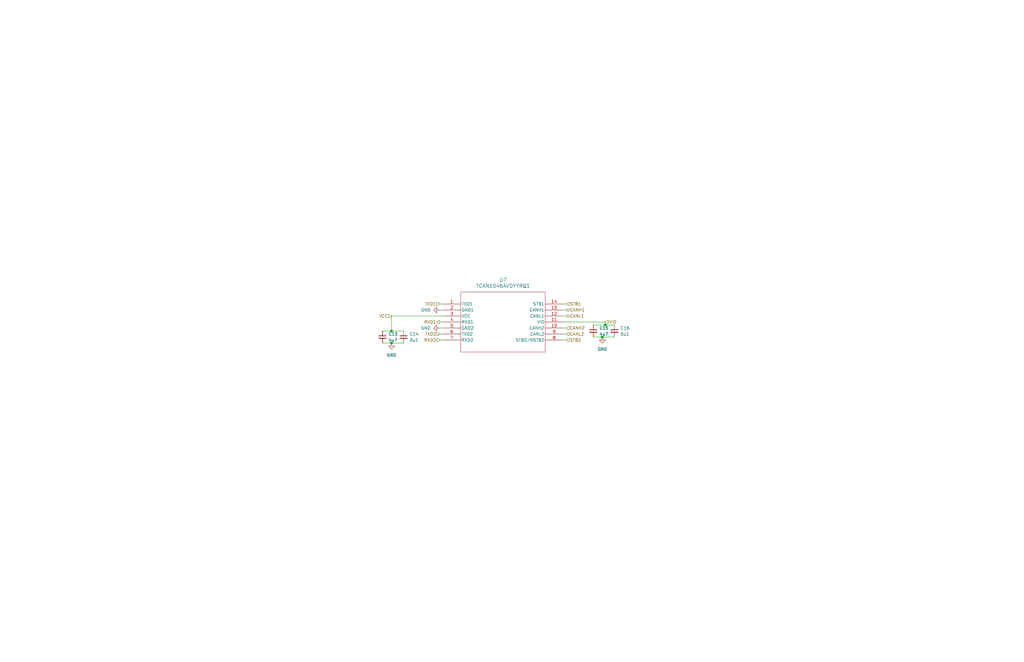
<source format=kicad_sch>
(kicad_sch (version 20250114) (generator "eeschema") (generator_version "9.0")
  (paper "USLedger")
  (title_block (title "HEDGE-2 OBC") (date "2025-09-08") (rev "V1.0") (company "University of Virginia") (comment 1 "Department of Mechanical and Aerospace Engineering"))
  (lib_symbols
    (symbol "Device:C_Small" (pin_numbers (hide yes)) (pin_names (offset 0.254) (hide yes))
      (property "Reference" "C" (at 0.254 1.778 0))
      (property "Value" "C_Small" (at 0.254 -2.032 0))
      (symbol "C_Small_0_1"
        (polyline (pts (xy -1.524 0.508) (xy 1.524 0.508)) (stroke (width 0.3048)))
        (polyline (pts (xy -1.524 -0.508) (xy 1.524 -0.508)) (stroke (width 0.3302)))
      )
      (symbol "C_Small_1_1"
        (pin passive line (at 0 2.54 270) (length 2.032) (name "~") (number "1"))
        (pin passive line (at 0 -2.54 90) (length 2.032) (name "~") (number "2"))
      )
    )
    (symbol "TCAN1046AVDYYRQ1:TCAN1046AVDYYRQ1" (pin_names (offset 0.254))
      (property "Reference" "U" (at 25.4 10.16 0))
      (property "Value" "TCAN1046AVDYYRQ1" (at 25.4 7.62 0))
      (symbol "TCAN1046AVDYYRQ1_0_1"
        (polyline (pts (xy 7.62 5.08) (xy 7.62 -20.32)) (stroke (width 0.127)))
        (polyline (pts (xy 7.62 -20.32) (xy 43.18 -20.32)) (stroke (width 0.127)))
        (polyline (pts (xy 43.18 5.08) (xy 7.62 5.08)) (stroke (width 0.127)))
        (polyline (pts (xy 43.18 -20.32) (xy 43.18 5.08)) (stroke (width 0.127)))
        (pin bidirectional line (at 0 0 0) (length 7.62) (name "TXD1") (number "1"))
        (pin power_out line (at 0 -2.54 0) (length 7.62) (name "GND1") (number "2"))
        (pin power_in line (at 0 -5.08 0) (length 7.62) (name "VCC") (number "3"))
        (pin bidirectional line (at 0 -7.62 0) (length 7.62) (name "RXD1") (number "4"))
        (pin power_out line (at 0 -10.16 0) (length 7.62) (name "GND2") (number "5"))
        (pin bidirectional line (at 0 -12.7 0) (length 7.62) (name "TXD2") (number "6"))
        (pin bidirectional line (at 0 -15.24 0) (length 7.62) (name "RXD2") (number "7"))
        (pin bidirectional line (at 50.8 0 180) (length 7.62) (name "STB1") (number "14"))
        (pin bidirectional line (at 50.8 -2.54 180) (length 7.62) (name "CANH1") (number "13"))
        (pin bidirectional line (at 50.8 -5.08 180) (length 7.62) (name "CANL1") (number "12"))
        (pin power_in line (at 50.8 -7.62 180) (length 7.62) (name "VIO") (number "11"))
        (pin bidirectional line (at 50.8 -10.16 180) (length 7.62) (name "CANH2") (number "10"))
        (pin bidirectional line (at 50.8 -12.7 180) (length 7.62) (name "CANL2") (number "9"))
        (pin bidirectional line (at 50.8 -15.24 180) (length 7.62) (name "STB2/NSTB2") (number "8"))
      )
    )
    (symbol "power:GND" (power) (pin_numbers (hide yes)) (pin_names (offset 0) (hide yes))
      (property "Value" "GND" (at 0 -3.81 0))
      (symbol "GND_0_1"
        (polyline (pts (xy 0 0) (xy 0 -1.27) (xy 1.27 -1.27) (xy 0 -2.54) (xy -1.27 -1.27) (xy 0 -1.27)))
      )
      (symbol "GND_1_1"
        (pin power_in line (at 0 0 270) (length 0) (name "~") (number "1"))
      )
    )
  )
  (junction (at 255.27 137.16))
  (junction (at 165.1 139.7))
  (junction (at 254 142.24))
  (junction (at 165.1 144.78))
  (wire (pts (xy 161.29 139.7) (xy 165.1 139.7)))
  (wire (pts (xy 165.1 133.35) (xy 186.69 133.35)))
  (wire (pts (xy 237.49 128.27) (xy 238.76 128.27)))
  (wire (pts (xy 255.27 137.16) (xy 259.08 137.16)))
  (wire (pts (xy 165.1 139.7) (xy 170.18 139.7)))
  (wire (pts (xy 250.19 137.16) (xy 255.27 137.16)))
  (wire (pts (xy 185.42 135.89) (xy 186.69 135.89)))
  (wire (pts (xy 250.19 142.24) (xy 254 142.24)))
  (wire (pts (xy 185.42 128.27) (xy 186.69 128.27)))
  (wire (pts (xy 185.42 140.97) (xy 186.69 140.97)))
  (wire (pts (xy 254 142.24) (xy 259.08 142.24)))
  (wire (pts (xy 185.42 143.51) (xy 186.69 143.51)))
  (wire (pts (xy 237.49 138.43) (xy 238.76 138.43)))
  (wire (pts (xy 161.29 144.78) (xy 165.1 144.78)))
  (wire (pts (xy 237.49 140.97) (xy 238.76 140.97)))
  (wire (pts (xy 255.27 135.89) (xy 255.27 137.16)))
  (wire (pts (xy 237.49 133.35) (xy 238.76 133.35)))
  (wire (pts (xy 165.1 144.78) (xy 170.18 144.78)))
  (wire (pts (xy 237.49 143.51) (xy 238.76 143.51)))
  (wire (pts (xy 237.49 135.89) (xy 255.27 135.89)))
  (wire (pts (xy 185.42 130.81) (xy 186.69 130.81)))
  (wire (pts (xy 185.42 138.43) (xy 186.69 138.43)))
  (wire (pts (xy 237.49 130.81) (xy 238.76 130.81)))
  (wire (pts (xy 165.1 139.7) (xy 165.1 133.35)))
  (hierarchical_label "CANL2" (shape input) (at 238.76 140.97 0))
  (hierarchical_label "RXD1" (shape output) (at 185.42 135.89 180))
  (hierarchical_label "CANL1" (shape bidirectional) (at 238.76 133.35 0))
  (hierarchical_label "TXD1" (shape input) (at 185.42 128.27 180))
  (hierarchical_label "STB1" (shape input) (at 238.76 128.27 0))
  (hierarchical_label "STB2" (shape input) (at 238.76 143.51 0))
  (hierarchical_label "RXD2" (shape input) (at 185.42 143.51 180))
  (hierarchical_label "TXD2" (shape input) (at 185.42 140.97 180))
  (hierarchical_label "VIO" (shape input) (at 255.27 135.89 0))
  (hierarchical_label "VCC" (shape input) (at 165.1 133.35 180))
  (hierarchical_label "CANH2" (shape input) (at 238.76 138.43 0))
  (hierarchical_label "CANH1" (shape bidirectional) (at 238.76 130.81 0))
  (symbol (lib_id "TCAN1046AVDYYRQ1:TCAN1046AVDYYRQ1") (at 186.69 128.27 0) (unit 1)
    (property "Reference" "U7" (at 212.09 118.11 0) (effects (font (size 1.524 1.524))))
    (property "Value" "TCAN1046AVDYYRQ1" (at 212.09 120.65 0) (effects (font (size 1.524 1.524))))
    (property "Footprint" "TCAN1046AV:SOT23_DYY_TEX" (effects (hide yes)))
    (property "DigiKey Part Number" "296-TCAN1046AVDYYRQ1CT-ND " (effects (hide yes)))
  )
  (symbol (lib_id "power:GND") (at 185.42 130.81 270) (unit 1)
    (property "Reference" "#PWR072" (effects (hide yes)))
    (property "Value" "GND" (at 181.61 130.8099 90) (effects (justify right)))
    (property "Description" "Power symbol creates a global label with name \"GND\" , ground" (effects (hide yes)))
  )
  (symbol (lib_id "Device:C_Small") (at 259.08 139.7 0) (unit 1)
    (property "Reference" "C16" (at 261.62 138.4362 0) (effects (justify left)))
    (property "Value" "0u1" (at 261.62 140.9762 0) (effects (justify left)))
    (property "Footprint" "Capacitor_SMD:C_0805_2012Metric" (effects (hide yes)))
    (property "Description" "Unpolarized capacitor, small symbol" (effects (hide yes)))
    (property "DigiKey Part Number" "720-GA0805Y104JXABT31GCT-ND" (effects (hide yes)))
  )
  (symbol (lib_id "Device:C_Small") (at 250.19 139.7 0) (unit 1)
    (property "Reference" "C15" (at 252.73 138.4362 0) (effects (justify left)))
    (property "Value" "4u7" (at 252.73 140.9762 0) (effects (justify left)))
    (property "Footprint" "Capacitor_SMD:C_0805_2012Metric" (effects (hide yes)))
    (property "Description" "Unpolarized capacitor, small symbol" (effects (hide yes)))
    (property "DigiKey Part Number" "720-GA0805Y472KXBBC31GCT-ND" (effects (hide yes)))
  )
  (symbol (lib_id "power:GND") (at 165.1 144.78 0) (unit 1)
    (property "Reference" "#PWR071" (effects (hide yes)))
    (property "Value" "GND" (at 165.1 149.86 0))
    (property "Description" "Power symbol creates a global label with name \"GND\" , ground" (effects (hide yes)))
  )
  (symbol (lib_id "power:GND") (at 185.42 138.43 270) (unit 1)
    (property "Reference" "#PWR073" (effects (hide yes)))
    (property "Value" "GND" (at 181.61 138.4299 90) (effects (justify right)))
    (property "Description" "Power symbol creates a global label with name \"GND\" , ground" (effects (hide yes)))
  )
  (symbol (lib_id "Device:C_Small") (at 161.29 142.24 0) (unit 1)
    (property "Reference" "C13" (at 163.83 140.9762 0) (effects (justify left)))
    (property "Value" "4u7" (at 163.83 143.5162 0) (effects (justify left)))
    (property "Footprint" "Capacitor_SMD:C_0805_2012Metric" (effects (hide yes)))
    (property "Description" "Unpolarized capacitor, small symbol" (effects (hide yes)))
    (property "DigiKey Part Number" "720-GA0805Y472KXBBC31GCT-ND" (effects (hide yes)))
  )
  (symbol (lib_id "Device:C_Small") (at 170.18 142.24 0) (unit 1)
    (property "Reference" "C14" (at 172.72 140.9762 0) (effects (justify left)))
    (property "Value" "0u1" (at 172.72 143.5162 0) (effects (justify left)))
    (property "Footprint" "Capacitor_SMD:C_0805_2012Metric" (effects (hide yes)))
    (property "Description" "Unpolarized capacitor, small symbol" (effects (hide yes)))
    (property "DigiKey Part Number" "720-GA0805Y104JXABT31GCT-ND" (effects (hide yes)))
  )
  (symbol (lib_id "power:GND") (at 254 142.24 0) (unit 1)
    (property "Reference" "#PWR074" (effects (hide yes)))
    (property "Value" "GND" (at 254 147.32 0))
    (property "Description" "Power symbol creates a global label with name \"GND\" , ground" (effects (hide yes)))
  )
)
</source>
